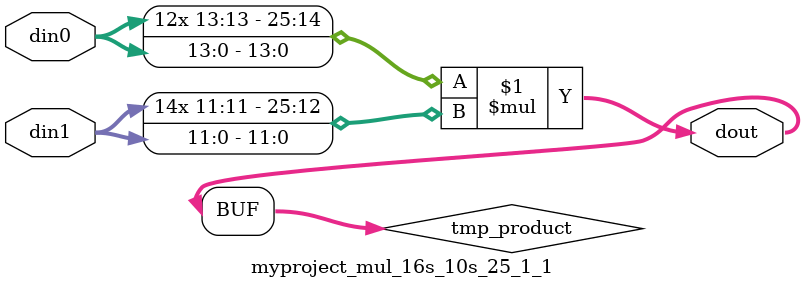
<source format=v>

`timescale 1 ns / 1 ps

  module myproject_mul_16s_10s_25_1_1(din0, din1, dout);
parameter ID = 1;
parameter NUM_STAGE = 0;
parameter din0_WIDTH = 14;
parameter din1_WIDTH = 12;
parameter dout_WIDTH = 26;

input [din0_WIDTH - 1 : 0] din0; 
input [din1_WIDTH - 1 : 0] din1; 
output [dout_WIDTH - 1 : 0] dout;

wire signed [dout_WIDTH - 1 : 0] tmp_product;













assign tmp_product = $signed(din0) * $signed(din1);








assign dout = tmp_product;







endmodule

</source>
